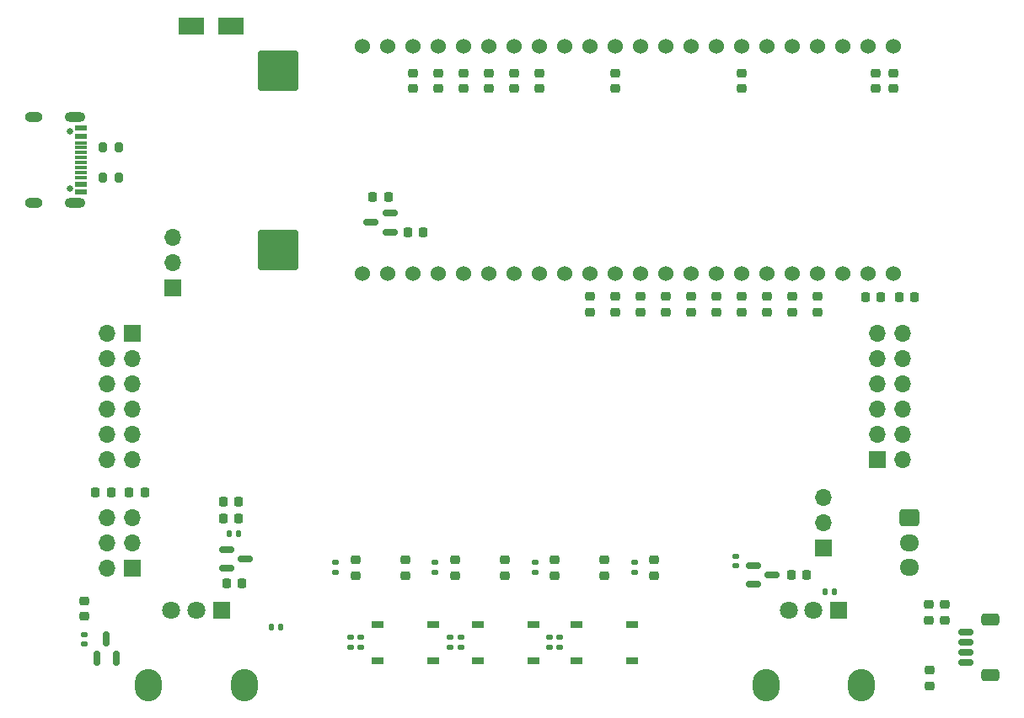
<source format=gts>
G04 #@! TF.GenerationSoftware,KiCad,Pcbnew,6.0.11-2627ca5db0~126~ubuntu22.04.1*
G04 #@! TF.CreationDate,2023-05-26T00:57:04+02:00*
G04 #@! TF.ProjectId,ELKS,454c4b53-2e6b-4696-9361-645f70636258,rev?*
G04 #@! TF.SameCoordinates,Original*
G04 #@! TF.FileFunction,Soldermask,Top*
G04 #@! TF.FilePolarity,Negative*
%FSLAX46Y46*%
G04 Gerber Fmt 4.6, Leading zero omitted, Abs format (unit mm)*
G04 Created by KiCad (PCBNEW 6.0.11-2627ca5db0~126~ubuntu22.04.1) date 2023-05-26 00:57:04*
%MOMM*%
%LPD*%
G01*
G04 APERTURE LIST*
G04 Aperture macros list*
%AMRoundRect*
0 Rectangle with rounded corners*
0 $1 Rounding radius*
0 $2 $3 $4 $5 $6 $7 $8 $9 X,Y pos of 4 corners*
0 Add a 4 corners polygon primitive as box body*
4,1,4,$2,$3,$4,$5,$6,$7,$8,$9,$2,$3,0*
0 Add four circle primitives for the rounded corners*
1,1,$1+$1,$2,$3*
1,1,$1+$1,$4,$5*
1,1,$1+$1,$6,$7*
1,1,$1+$1,$8,$9*
0 Add four rect primitives between the rounded corners*
20,1,$1+$1,$2,$3,$4,$5,0*
20,1,$1+$1,$4,$5,$6,$7,0*
20,1,$1+$1,$6,$7,$8,$9,0*
20,1,$1+$1,$8,$9,$2,$3,0*%
G04 Aperture macros list end*
%ADD10RoundRect,0.225000X-0.250000X0.225000X-0.250000X-0.225000X0.250000X-0.225000X0.250000X0.225000X0*%
%ADD11R,1.300000X0.700000*%
%ADD12RoundRect,0.150000X-0.587500X-0.150000X0.587500X-0.150000X0.587500X0.150000X-0.587500X0.150000X0*%
%ADD13RoundRect,0.218750X-0.256250X0.218750X-0.256250X-0.218750X0.256250X-0.218750X0.256250X0.218750X0*%
%ADD14RoundRect,0.135000X-0.185000X0.135000X-0.185000X-0.135000X0.185000X-0.135000X0.185000X0.135000X0*%
%ADD15RoundRect,0.225000X0.225000X0.250000X-0.225000X0.250000X-0.225000X-0.250000X0.225000X-0.250000X0*%
%ADD16R,2.500000X1.800000*%
%ADD17R,1.700000X1.700000*%
%ADD18O,1.700000X1.700000*%
%ADD19RoundRect,0.225000X-0.225000X-0.250000X0.225000X-0.250000X0.225000X0.250000X-0.225000X0.250000X0*%
%ADD20RoundRect,0.250000X-0.725000X0.600000X-0.725000X-0.600000X0.725000X-0.600000X0.725000X0.600000X0*%
%ADD21O,1.950000X1.700000*%
%ADD22RoundRect,0.140000X-0.170000X0.140000X-0.170000X-0.140000X0.170000X-0.140000X0.170000X0.140000X0*%
%ADD23RoundRect,0.200000X-1.800000X1.800000X-1.800000X-1.800000X1.800000X-1.800000X1.800000X1.800000X0*%
%ADD24RoundRect,0.225000X0.250000X-0.225000X0.250000X0.225000X-0.250000X0.225000X-0.250000X-0.225000X0*%
%ADD25RoundRect,0.140000X-0.140000X-0.170000X0.140000X-0.170000X0.140000X0.170000X-0.140000X0.170000X0*%
%ADD26RoundRect,0.150000X-0.625000X0.150000X-0.625000X-0.150000X0.625000X-0.150000X0.625000X0.150000X0*%
%ADD27RoundRect,0.250000X-0.650000X0.350000X-0.650000X-0.350000X0.650000X-0.350000X0.650000X0.350000X0*%
%ADD28O,2.720000X3.240000*%
%ADD29R,1.800000X1.800000*%
%ADD30C,1.800000*%
%ADD31RoundRect,0.140000X0.170000X-0.140000X0.170000X0.140000X-0.170000X0.140000X-0.170000X-0.140000X0*%
%ADD32RoundRect,0.200000X-0.200000X-0.275000X0.200000X-0.275000X0.200000X0.275000X-0.200000X0.275000X0*%
%ADD33C,0.650000*%
%ADD34R,1.150000X0.600000*%
%ADD35R,1.150000X0.300000*%
%ADD36O,2.100000X1.000000*%
%ADD37O,1.800000X1.000000*%
%ADD38RoundRect,0.150000X0.150000X-0.587500X0.150000X0.587500X-0.150000X0.587500X-0.150000X-0.587500X0*%
%ADD39RoundRect,0.150000X0.587500X0.150000X-0.587500X0.150000X-0.587500X-0.150000X0.587500X-0.150000X0*%
%ADD40C,1.524000*%
G04 APERTURE END LIST*
D10*
G04 #@! TO.C,R1*
X139650000Y-121325000D03*
X139650000Y-122875000D03*
G04 #@! TD*
D11*
G04 #@! TO.C,SW1*
X136850000Y-131450000D03*
X136850000Y-127800000D03*
X142450000Y-127800000D03*
X142450000Y-131450000D03*
G04 #@! TD*
D10*
G04 #@! TO.C,R28*
X173410000Y-94825000D03*
X173410000Y-96375000D03*
G04 #@! TD*
D12*
G04 #@! TO.C,Q4*
X174625000Y-121850000D03*
X174625000Y-123750000D03*
X176500000Y-122800000D03*
G04 #@! TD*
D13*
G04 #@! TO.C,D2*
X154650000Y-121312500D03*
X154650000Y-122887500D03*
G04 #@! TD*
D14*
G04 #@! TO.C,R14*
X142650000Y-121590000D03*
X142650000Y-122610000D03*
G04 #@! TD*
D10*
G04 #@! TO.C,R25*
X158170000Y-94825000D03*
X158170000Y-96375000D03*
G04 #@! TD*
D15*
G04 #@! TO.C,R20*
X123225000Y-123700000D03*
X121675000Y-123700000D03*
G04 #@! TD*
D16*
G04 #@! TO.C,D1*
X122150000Y-67600000D03*
X118150000Y-67600000D03*
G04 #@! TD*
D17*
G04 #@! TO.C,J3*
X112250000Y-98560000D03*
D18*
X109710000Y-98560000D03*
X112250000Y-101100000D03*
X109710000Y-101100000D03*
X112250000Y-103640000D03*
X109710000Y-103640000D03*
X112250000Y-106180000D03*
X109710000Y-106180000D03*
X112250000Y-108720000D03*
X109710000Y-108720000D03*
X112250000Y-111260000D03*
X109710000Y-111260000D03*
G04 #@! TD*
D19*
G04 #@! TO.C,C10*
X189230000Y-94850000D03*
X190780000Y-94850000D03*
G04 #@! TD*
D20*
G04 #@! TO.C,J5*
X190300000Y-117100000D03*
D21*
X190300000Y-119600000D03*
X190300000Y-122100000D03*
G04 #@! TD*
D14*
G04 #@! TO.C,R10*
X132650000Y-121590000D03*
X132650000Y-122610000D03*
G04 #@! TD*
D22*
G04 #@! TO.C,C4*
X145250000Y-129120000D03*
X145250000Y-130080000D03*
G04 #@! TD*
D23*
G04 #@! TO.C,BZ1*
X126900000Y-90100000D03*
X126900000Y-72100000D03*
G04 #@! TD*
D24*
G04 #@! TO.C,R39*
X153090000Y-73875000D03*
X153090000Y-72325000D03*
G04 #@! TD*
D25*
G04 #@! TO.C,R18*
X121920000Y-118700000D03*
X122880000Y-118700000D03*
G04 #@! TD*
D10*
G04 #@! TO.C,R34*
X142930000Y-72325000D03*
X142930000Y-73875000D03*
G04 #@! TD*
D22*
G04 #@! TO.C,C3*
X135150000Y-129120000D03*
X135150000Y-130080000D03*
G04 #@! TD*
D14*
G04 #@! TO.C,R12*
X162650000Y-121590000D03*
X162650000Y-122610000D03*
G04 #@! TD*
D26*
G04 #@! TO.C,J9*
X195925000Y-128600000D03*
X195925000Y-129600000D03*
X195925000Y-130600000D03*
X195925000Y-131600000D03*
D27*
X198450000Y-127300000D03*
X198450000Y-132900000D03*
G04 #@! TD*
D17*
G04 #@! TO.C,JP2*
X181650000Y-120140000D03*
D18*
X181650000Y-117600000D03*
X181650000Y-115060000D03*
G04 #@! TD*
D24*
G04 #@! TO.C,R29*
X160710000Y-96375000D03*
X160710000Y-94825000D03*
G04 #@! TD*
D28*
G04 #@! TO.C,RV2*
X185450000Y-133875000D03*
X175850000Y-133875000D03*
D29*
X183150000Y-126375000D03*
D30*
X180650000Y-126375000D03*
X178150000Y-126375000D03*
G04 #@! TD*
D10*
G04 #@! TO.C,R33*
X140390000Y-72325000D03*
X140390000Y-73875000D03*
G04 #@! TD*
G04 #@! TO.C,R22*
X192250000Y-125825000D03*
X192250000Y-127375000D03*
G04 #@! TD*
G04 #@! TO.C,R2*
X149650000Y-121325000D03*
X149650000Y-122875000D03*
G04 #@! TD*
D24*
G04 #@! TO.C,C12*
X192300000Y-133975000D03*
X192300000Y-132425000D03*
G04 #@! TD*
D13*
G04 #@! TO.C,D3*
X134650000Y-121312500D03*
X134650000Y-122887500D03*
G04 #@! TD*
D14*
G04 #@! TO.C,R9*
X152650000Y-121590000D03*
X152650000Y-122610000D03*
G04 #@! TD*
D19*
G04 #@! TO.C,C9*
X111900000Y-114528000D03*
X113450000Y-114528000D03*
G04 #@! TD*
D15*
G04 #@! TO.C,C11*
X187400000Y-94850000D03*
X185850000Y-94850000D03*
G04 #@! TD*
D24*
G04 #@! TO.C,R37*
X173410000Y-73875000D03*
X173410000Y-72325000D03*
G04 #@! TD*
D17*
G04 #@! TO.C,J4*
X112250000Y-122180000D03*
D18*
X109710000Y-122180000D03*
X112250000Y-119640000D03*
X109710000Y-119640000D03*
X112250000Y-117100000D03*
X109710000Y-117100000D03*
G04 #@! TD*
D24*
G04 #@! TO.C,R32*
X175950000Y-96375000D03*
X175950000Y-94825000D03*
G04 #@! TD*
D31*
G04 #@! TO.C,R4*
X134150000Y-130080000D03*
X134150000Y-129120000D03*
G04 #@! TD*
D32*
G04 #@! TO.C,R16*
X109225000Y-79850000D03*
X110875000Y-79850000D03*
G04 #@! TD*
D24*
G04 #@! TO.C,R40*
X150550000Y-73875000D03*
X150550000Y-72325000D03*
G04 #@! TD*
D28*
G04 #@! TO.C,RV1*
X123450000Y-133875000D03*
X113850000Y-133875000D03*
D29*
X121150000Y-126375000D03*
D30*
X118650000Y-126375000D03*
X116150000Y-126375000D03*
G04 #@! TD*
D33*
G04 #@! TO.C,J1*
X105955000Y-83990000D03*
X105955000Y-78210000D03*
D34*
X107030000Y-77900000D03*
X107030000Y-78700000D03*
D35*
X107030000Y-79850000D03*
X107030000Y-80850000D03*
X107030000Y-81350000D03*
X107030000Y-82350000D03*
D34*
X107030000Y-83500000D03*
X107030000Y-84300000D03*
X107030000Y-84300000D03*
X107030000Y-83500000D03*
D35*
X107030000Y-82850000D03*
X107030000Y-81850000D03*
X107030000Y-80350000D03*
X107030000Y-79350000D03*
D34*
X107030000Y-78700000D03*
X107030000Y-77900000D03*
D36*
X106455000Y-76780000D03*
D37*
X102275000Y-85420000D03*
X102275000Y-76780000D03*
D36*
X106455000Y-85420000D03*
G04 #@! TD*
D22*
G04 #@! TO.C,C5*
X155150000Y-129120000D03*
X155150000Y-130080000D03*
G04 #@! TD*
D38*
G04 #@! TO.C,Q3*
X108680000Y-131170000D03*
X110580000Y-131170000D03*
X109630000Y-129295000D03*
G04 #@! TD*
D19*
G04 #@! TO.C,R11*
X139900000Y-88325000D03*
X141450000Y-88325000D03*
G04 #@! TD*
D10*
G04 #@! TO.C,R3*
X159650000Y-121325000D03*
X159650000Y-122875000D03*
G04 #@! TD*
G04 #@! TO.C,R36*
X148010000Y-72325000D03*
X148010000Y-73875000D03*
G04 #@! TD*
G04 #@! TO.C,R21*
X193850000Y-125825000D03*
X193850000Y-127375000D03*
G04 #@! TD*
D17*
G04 #@! TO.C,J6*
X187050000Y-111260000D03*
D18*
X189590000Y-111260000D03*
X187050000Y-108720000D03*
X189590000Y-108720000D03*
X187050000Y-106180000D03*
X189590000Y-106180000D03*
X187050000Y-103640000D03*
X189590000Y-103640000D03*
X187050000Y-101100000D03*
X189590000Y-101100000D03*
X187050000Y-98560000D03*
X189590000Y-98560000D03*
G04 #@! TD*
D15*
G04 #@! TO.C,C14*
X122875000Y-117140000D03*
X121325000Y-117140000D03*
G04 #@! TD*
D24*
G04 #@! TO.C,R17*
X107390000Y-126975000D03*
X107390000Y-125425000D03*
G04 #@! TD*
D10*
G04 #@! TO.C,R35*
X145470000Y-72325000D03*
X145470000Y-73875000D03*
G04 #@! TD*
D13*
G04 #@! TO.C,D4*
X164650000Y-121312500D03*
X164650000Y-122887500D03*
G04 #@! TD*
D10*
G04 #@! TO.C,C2*
X188650000Y-72325000D03*
X188650000Y-73875000D03*
G04 #@! TD*
D24*
G04 #@! TO.C,R31*
X170870000Y-96375000D03*
X170870000Y-94825000D03*
G04 #@! TD*
D19*
G04 #@! TO.C,R24*
X178425000Y-122800000D03*
X179975000Y-122800000D03*
G04 #@! TD*
D15*
G04 #@! TO.C,C13*
X122875000Y-115450000D03*
X121325000Y-115450000D03*
G04 #@! TD*
D17*
G04 #@! TO.C,JP1*
X116300000Y-93960000D03*
D18*
X116300000Y-91420000D03*
X116300000Y-88880000D03*
G04 #@! TD*
D31*
G04 #@! TO.C,R6*
X154150000Y-130080000D03*
X154150000Y-129120000D03*
G04 #@! TD*
D10*
G04 #@! TO.C,R26*
X163250000Y-94825000D03*
X163250000Y-96375000D03*
G04 #@! TD*
D39*
G04 #@! TO.C,Q1*
X138087500Y-88325000D03*
X138087500Y-86425000D03*
X136212500Y-87375000D03*
G04 #@! TD*
D40*
G04 #@! TO.C,U1*
X188650000Y-69670000D03*
X186110000Y-69670000D03*
X183570000Y-69670000D03*
X181030000Y-69670000D03*
X178490000Y-69670000D03*
X175950000Y-69670000D03*
X173410000Y-69670000D03*
X170870000Y-69670000D03*
X168330000Y-69670000D03*
X165790000Y-69670000D03*
X163250000Y-69670000D03*
X160710000Y-69670000D03*
X158170000Y-69670000D03*
X155630000Y-69670000D03*
X153090000Y-69670000D03*
X150550000Y-69670000D03*
X148010000Y-69670000D03*
X145470000Y-69670000D03*
X142930000Y-69670000D03*
X140390000Y-69670000D03*
X137850000Y-69670000D03*
X135310000Y-69670000D03*
X188650000Y-92530000D03*
X186110000Y-92530000D03*
X183570000Y-92530000D03*
X181030000Y-92530000D03*
X178490000Y-92530000D03*
X175950000Y-92530000D03*
X173410000Y-92530000D03*
X170870000Y-92530000D03*
X168330000Y-92530000D03*
X165790000Y-92530000D03*
X163250000Y-92530000D03*
X160710000Y-92530000D03*
X158170000Y-92530000D03*
X155630000Y-92530000D03*
X153090000Y-92530000D03*
X150550000Y-92530000D03*
X148010000Y-92530000D03*
X145470000Y-92530000D03*
X142930000Y-92530000D03*
X140390000Y-92530000D03*
X137850000Y-92530000D03*
X135310000Y-92530000D03*
G04 #@! TD*
D11*
G04 #@! TO.C,SW2*
X146923028Y-131450000D03*
X146923028Y-127800000D03*
X152523028Y-127800000D03*
X152523028Y-131450000D03*
G04 #@! TD*
D15*
G04 #@! TO.C,C8*
X110075000Y-114528000D03*
X108525000Y-114528000D03*
G04 #@! TD*
D13*
G04 #@! TO.C,D5*
X144650000Y-121312500D03*
X144650000Y-122887500D03*
G04 #@! TD*
D24*
G04 #@! TO.C,R30*
X165790000Y-96375000D03*
X165790000Y-94825000D03*
G04 #@! TD*
D22*
G04 #@! TO.C,R23*
X172800000Y-120920000D03*
X172800000Y-121880000D03*
G04 #@! TD*
D31*
G04 #@! TO.C,R5*
X144150000Y-130080000D03*
X144150000Y-129120000D03*
G04 #@! TD*
D24*
G04 #@! TO.C,R38*
X160710000Y-73875000D03*
X160710000Y-72325000D03*
G04 #@! TD*
D10*
G04 #@! TO.C,R8*
X181030000Y-94825000D03*
X181030000Y-96375000D03*
G04 #@! TD*
G04 #@! TO.C,R27*
X168330000Y-94825000D03*
X168330000Y-96375000D03*
G04 #@! TD*
D12*
G04 #@! TO.C,Q2*
X121712500Y-120250000D03*
X121712500Y-122150000D03*
X123587500Y-121200000D03*
G04 #@! TD*
D32*
G04 #@! TO.C,R15*
X109225000Y-82850000D03*
X110875000Y-82850000D03*
G04 #@! TD*
D25*
G04 #@! TO.C,C6*
X126170000Y-128100000D03*
X127130000Y-128100000D03*
G04 #@! TD*
G04 #@! TO.C,C7*
X181820000Y-124500000D03*
X182780000Y-124500000D03*
G04 #@! TD*
D10*
G04 #@! TO.C,C1*
X186900000Y-72325000D03*
X186900000Y-73875000D03*
G04 #@! TD*
D19*
G04 #@! TO.C,R13*
X136375000Y-84770000D03*
X137925000Y-84770000D03*
G04 #@! TD*
D11*
G04 #@! TO.C,SW3*
X156850000Y-131450000D03*
X156850000Y-127800000D03*
X162450000Y-127800000D03*
X162450000Y-131450000D03*
G04 #@! TD*
D10*
G04 #@! TO.C,R7*
X178490000Y-94825000D03*
X178490000Y-96375000D03*
G04 #@! TD*
D31*
G04 #@! TO.C,R19*
X107380000Y-129770000D03*
X107380000Y-128810000D03*
G04 #@! TD*
M02*

</source>
